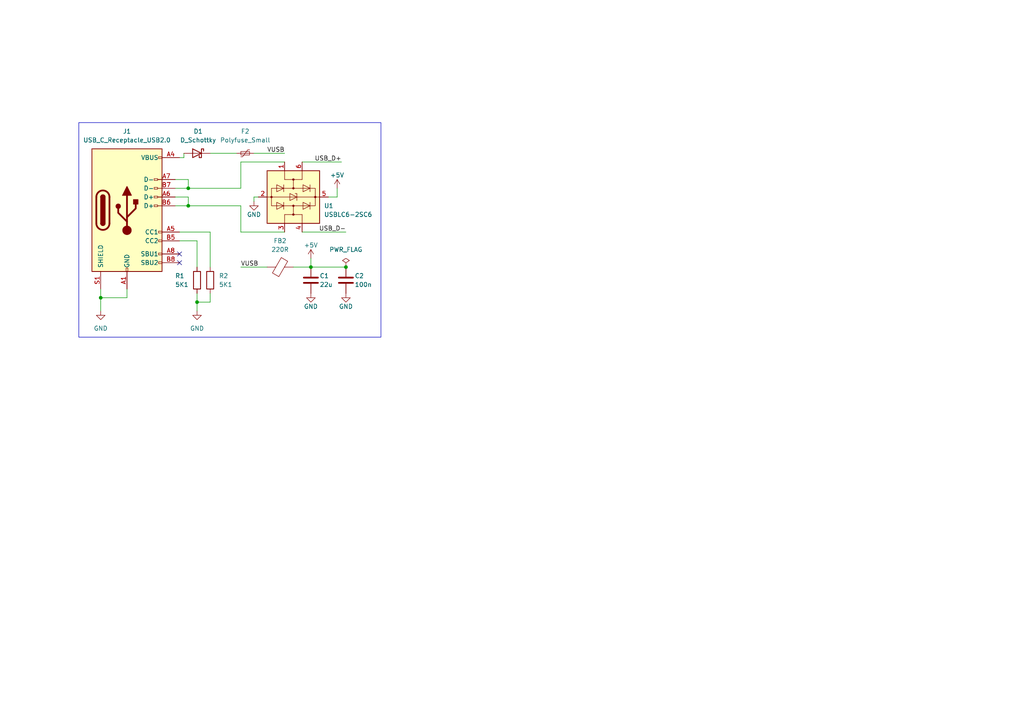
<source format=kicad_sch>
(kicad_sch
	(version 20231120)
	(generator "eeschema")
	(generator_version "8.0")
	(uuid "1ac5eb82-9730-44e9-9aa7-ef0b9b0876c8")
	(paper "A4")
	(title_block
		(date "2025-01-01")
		(rev "1.0")
		(comment 1 "Reyhan Ghifari Tanjung")
	)
	(lib_symbols
		(symbol "Connector:USB_C_Receptacle_USB2.0"
			(pin_names
				(offset 1.016)
			)
			(exclude_from_sim no)
			(in_bom yes)
			(on_board yes)
			(property "Reference" "J1"
				(at 0 22.86 0)
				(effects
					(font
						(size 1.27 1.27)
					)
				)
			)
			(property "Value" "USB_C_Receptacle_USB2.0"
				(at 0 20.32 0)
				(effects
					(font
						(size 1.27 1.27)
					)
				)
			)
			(property "Footprint" ""
				(at 3.81 0 0)
				(effects
					(font
						(size 1.27 1.27)
					)
					(hide yes)
				)
			)
			(property "Datasheet" "https://www.usb.org/sites/default/files/documents/usb_type-c.zip"
				(at 3.81 0 0)
				(effects
					(font
						(size 1.27 1.27)
					)
					(hide yes)
				)
			)
			(property "Description" "USB 2.0-only Type-C Receptacle connector"
				(at 0 0 0)
				(effects
					(font
						(size 1.27 1.27)
					)
					(hide yes)
				)
			)
			(property "ki_keywords" "usb universal serial bus type-C USB2.0"
				(at 0 0 0)
				(effects
					(font
						(size 1.27 1.27)
					)
					(hide yes)
				)
			)
			(property "ki_fp_filters" "USB*C*Receptacle*"
				(at 0 0 0)
				(effects
					(font
						(size 1.27 1.27)
					)
					(hide yes)
				)
			)
			(symbol "USB_C_Receptacle_USB2.0_0_0"
				(rectangle
					(start -0.254 -17.78)
					(end 0.254 -16.764)
					(stroke
						(width 0)
						(type default)
					)
					(fill
						(type none)
					)
				)
				(rectangle
					(start 8.89 1.524)
					(end 7.874 1.016)
					(stroke
						(width 0)
						(type default)
					)
					(fill
						(type none)
					)
				)
				(rectangle
					(start 8.89 4.064)
					(end 7.874 3.556)
					(stroke
						(width 0)
						(type default)
					)
					(fill
						(type none)
					)
				)
				(rectangle
					(start 8.89 6.604)
					(end 7.874 6.096)
					(stroke
						(width 0)
						(type default)
					)
					(fill
						(type none)
					)
				)
				(rectangle
					(start 8.89 9.144)
					(end 7.874 8.636)
					(stroke
						(width 0)
						(type default)
					)
					(fill
						(type none)
					)
				)
				(rectangle
					(start 10.16 -14.986)
					(end 9.144 -15.494)
					(stroke
						(width 0)
						(type default)
					)
					(fill
						(type none)
					)
				)
				(rectangle
					(start 10.16 -12.446)
					(end 9.144 -12.954)
					(stroke
						(width 0)
						(type default)
					)
					(fill
						(type none)
					)
				)
				(rectangle
					(start 10.16 -8.636)
					(end 9.144 -9.144)
					(stroke
						(width 0)
						(type default)
					)
					(fill
						(type none)
					)
				)
				(rectangle
					(start 10.16 -6.096)
					(end 9.144 -6.604)
					(stroke
						(width 0)
						(type default)
					)
					(fill
						(type none)
					)
				)
				(rectangle
					(start 10.16 15.494)
					(end 9.144 14.986)
					(stroke
						(width 0)
						(type default)
					)
					(fill
						(type none)
					)
				)
			)
			(symbol "USB_C_Receptacle_USB2.0_0_1"
				(rectangle
					(start -10.16 17.78)
					(end 10.16 -17.78)
					(stroke
						(width 0.254)
						(type default)
					)
					(fill
						(type background)
					)
				)
				(arc
					(start -8.89 -3.81)
					(mid -6.985 -5.7067)
					(end -5.08 -3.81)
					(stroke
						(width 0.508)
						(type default)
					)
					(fill
						(type none)
					)
				)
				(arc
					(start -7.62 -3.81)
					(mid -6.985 -4.4423)
					(end -6.35 -3.81)
					(stroke
						(width 0.254)
						(type default)
					)
					(fill
						(type none)
					)
				)
				(arc
					(start -7.62 -3.81)
					(mid -6.985 -4.4423)
					(end -6.35 -3.81)
					(stroke
						(width 0.254)
						(type default)
					)
					(fill
						(type outline)
					)
				)
				(rectangle
					(start -7.62 -3.81)
					(end -6.35 3.81)
					(stroke
						(width 0.254)
						(type default)
					)
					(fill
						(type outline)
					)
				)
				(arc
					(start -6.35 3.81)
					(mid -6.985 4.4423)
					(end -7.62 3.81)
					(stroke
						(width 0.254)
						(type default)
					)
					(fill
						(type none)
					)
				)
				(arc
					(start -6.35 3.81)
					(mid -6.985 4.4423)
					(end -7.62 3.81)
					(stroke
						(width 0.254)
						(type default)
					)
					(fill
						(type outline)
					)
				)
				(arc
					(start -5.08 3.81)
					(mid -6.985 5.7067)
					(end -8.89 3.81)
					(stroke
						(width 0.508)
						(type default)
					)
					(fill
						(type none)
					)
				)
				(circle
					(center -2.54 1.143)
					(radius 0.635)
					(stroke
						(width 0.254)
						(type default)
					)
					(fill
						(type outline)
					)
				)
				(circle
					(center 0 -5.842)
					(radius 1.27)
					(stroke
						(width 0)
						(type default)
					)
					(fill
						(type outline)
					)
				)
				(polyline
					(pts
						(xy -8.89 -3.81) (xy -8.89 3.81)
					)
					(stroke
						(width 0.508)
						(type default)
					)
					(fill
						(type none)
					)
				)
				(polyline
					(pts
						(xy -5.08 3.81) (xy -5.08 -3.81)
					)
					(stroke
						(width 0.508)
						(type default)
					)
					(fill
						(type none)
					)
				)
				(polyline
					(pts
						(xy 0 -5.842) (xy 0 4.318)
					)
					(stroke
						(width 0.508)
						(type default)
					)
					(fill
						(type none)
					)
				)
				(polyline
					(pts
						(xy 0 -3.302) (xy -2.54 -0.762) (xy -2.54 0.508)
					)
					(stroke
						(width 0.508)
						(type default)
					)
					(fill
						(type none)
					)
				)
				(polyline
					(pts
						(xy 0 -2.032) (xy 2.54 0.508) (xy 2.54 1.778)
					)
					(stroke
						(width 0.508)
						(type default)
					)
					(fill
						(type none)
					)
				)
				(polyline
					(pts
						(xy -1.27 4.318) (xy 0 6.858) (xy 1.27 4.318) (xy -1.27 4.318)
					)
					(stroke
						(width 0.254)
						(type default)
					)
					(fill
						(type outline)
					)
				)
				(rectangle
					(start 1.905 1.778)
					(end 3.175 3.048)
					(stroke
						(width 0.254)
						(type default)
					)
					(fill
						(type outline)
					)
				)
			)
			(symbol "USB_C_Receptacle_USB2.0_1_1"
				(pin passive line
					(at 0 -22.86 90)
					(length 5.08)
					(name "GND"
						(effects
							(font
								(size 1.27 1.27)
							)
						)
					)
					(number "A1"
						(effects
							(font
								(size 1.27 1.27)
							)
						)
					)
				)
				(pin passive line
					(at 0 -22.86 90)
					(length 5.08) hide
					(name "GND"
						(effects
							(font
								(size 1.27 1.27)
							)
						)
					)
					(number "A12"
						(effects
							(font
								(size 1.27 1.27)
							)
						)
					)
				)
				(pin passive line
					(at 15.24 15.24 180)
					(length 5.08)
					(name "VBUS"
						(effects
							(font
								(size 1.27 1.27)
							)
						)
					)
					(number "A4"
						(effects
							(font
								(size 1.27 1.27)
							)
						)
					)
				)
				(pin bidirectional line
					(at 15.24 -6.35 180)
					(length 5.08)
					(name "CC1"
						(effects
							(font
								(size 1.27 1.27)
							)
						)
					)
					(number "A5"
						(effects
							(font
								(size 1.27 1.27)
							)
						)
					)
				)
				(pin bidirectional line
					(at 13.97 3.81 180)
					(length 5.08)
					(name "D+"
						(effects
							(font
								(size 1.27 1.27)
							)
						)
					)
					(number "A6"
						(effects
							(font
								(size 1.27 1.27)
							)
						)
					)
				)
				(pin bidirectional line
					(at 13.97 8.89 180)
					(length 5.08)
					(name "D-"
						(effects
							(font
								(size 1.27 1.27)
							)
						)
					)
					(number "A7"
						(effects
							(font
								(size 1.27 1.27)
							)
						)
					)
				)
				(pin bidirectional line
					(at 15.24 -12.7 180)
					(length 5.08)
					(name "SBU1"
						(effects
							(font
								(size 1.27 1.27)
							)
						)
					)
					(number "A8"
						(effects
							(font
								(size 1.27 1.27)
							)
						)
					)
				)
				(pin passive line
					(at 15.24 15.24 180)
					(length 5.08) hide
					(name "VBUS"
						(effects
							(font
								(size 1.27 1.27)
							)
						)
					)
					(number "A9"
						(effects
							(font
								(size 1.27 1.27)
							)
						)
					)
				)
				(pin passive line
					(at 0 -22.86 90)
					(length 5.08) hide
					(name "GND"
						(effects
							(font
								(size 1.27 1.27)
							)
						)
					)
					(number "B1"
						(effects
							(font
								(size 1.27 1.27)
							)
						)
					)
				)
				(pin passive line
					(at 0 -22.86 90)
					(length 5.08) hide
					(name "GND"
						(effects
							(font
								(size 1.27 1.27)
							)
						)
					)
					(number "B12"
						(effects
							(font
								(size 1.27 1.27)
							)
						)
					)
				)
				(pin passive line
					(at 15.24 15.24 180)
					(length 5.08) hide
					(name "VBUS"
						(effects
							(font
								(size 1.27 1.27)
							)
						)
					)
					(number "B4"
						(effects
							(font
								(size 1.27 1.27)
							)
						)
					)
				)
				(pin bidirectional line
					(at 15.24 -8.89 180)
					(length 5.08)
					(name "CC2"
						(effects
							(font
								(size 1.27 1.27)
							)
						)
					)
					(number "B5"
						(effects
							(font
								(size 1.27 1.27)
							)
						)
					)
				)
				(pin bidirectional line
					(at 13.97 1.27 180)
					(length 5.08)
					(name "D+"
						(effects
							(font
								(size 1.27 1.27)
							)
						)
					)
					(number "B6"
						(effects
							(font
								(size 1.27 1.27)
							)
						)
					)
				)
				(pin bidirectional line
					(at 13.97 6.35 180)
					(length 5.08)
					(name "D-"
						(effects
							(font
								(size 1.27 1.27)
							)
						)
					)
					(number "B7"
						(effects
							(font
								(size 1.27 1.27)
							)
						)
					)
				)
				(pin bidirectional line
					(at 15.24 -15.24 180)
					(length 5.08)
					(name "SBU2"
						(effects
							(font
								(size 1.27 1.27)
							)
						)
					)
					(number "B8"
						(effects
							(font
								(size 1.27 1.27)
							)
						)
					)
				)
				(pin passive line
					(at 15.24 15.24 180)
					(length 5.08) hide
					(name "VBUS"
						(effects
							(font
								(size 1.27 1.27)
							)
						)
					)
					(number "B9"
						(effects
							(font
								(size 1.27 1.27)
							)
						)
					)
				)
				(pin passive line
					(at -7.62 -22.86 90)
					(length 5.08)
					(name "SHIELD"
						(effects
							(font
								(size 1.27 1.27)
							)
						)
					)
					(number "S1"
						(effects
							(font
								(size 1.27 1.27)
							)
						)
					)
				)
			)
		)
		(symbol "Device:C"
			(pin_numbers hide)
			(pin_names
				(offset 0.254)
			)
			(exclude_from_sim no)
			(in_bom yes)
			(on_board yes)
			(property "Reference" "C"
				(at 0.635 2.54 0)
				(effects
					(font
						(size 1.27 1.27)
					)
					(justify left)
				)
			)
			(property "Value" "C"
				(at 0.635 -2.54 0)
				(effects
					(font
						(size 1.27 1.27)
					)
					(justify left)
				)
			)
			(property "Footprint" ""
				(at 0.9652 -3.81 0)
				(effects
					(font
						(size 1.27 1.27)
					)
					(hide yes)
				)
			)
			(property "Datasheet" "~"
				(at 0 0 0)
				(effects
					(font
						(size 1.27 1.27)
					)
					(hide yes)
				)
			)
			(property "Description" "Unpolarized capacitor"
				(at 0 0 0)
				(effects
					(font
						(size 1.27 1.27)
					)
					(hide yes)
				)
			)
			(property "ki_keywords" "cap capacitor"
				(at 0 0 0)
				(effects
					(font
						(size 1.27 1.27)
					)
					(hide yes)
				)
			)
			(property "ki_fp_filters" "C_*"
				(at 0 0 0)
				(effects
					(font
						(size 1.27 1.27)
					)
					(hide yes)
				)
			)
			(symbol "C_0_1"
				(polyline
					(pts
						(xy -2.032 -0.762) (xy 2.032 -0.762)
					)
					(stroke
						(width 0.508)
						(type default)
					)
					(fill
						(type none)
					)
				)
				(polyline
					(pts
						(xy -2.032 0.762) (xy 2.032 0.762)
					)
					(stroke
						(width 0.508)
						(type default)
					)
					(fill
						(type none)
					)
				)
			)
			(symbol "C_1_1"
				(pin passive line
					(at 0 3.81 270)
					(length 2.794)
					(name "~"
						(effects
							(font
								(size 1.27 1.27)
							)
						)
					)
					(number "1"
						(effects
							(font
								(size 1.27 1.27)
							)
						)
					)
				)
				(pin passive line
					(at 0 -3.81 90)
					(length 2.794)
					(name "~"
						(effects
							(font
								(size 1.27 1.27)
							)
						)
					)
					(number "2"
						(effects
							(font
								(size 1.27 1.27)
							)
						)
					)
				)
			)
		)
		(symbol "Device:D_Schottky"
			(pin_numbers hide)
			(pin_names
				(offset 1.016) hide)
			(exclude_from_sim no)
			(in_bom yes)
			(on_board yes)
			(property "Reference" "D"
				(at 0 2.54 0)
				(effects
					(font
						(size 1.27 1.27)
					)
				)
			)
			(property "Value" "D_Schottky"
				(at 0 -2.54 0)
				(effects
					(font
						(size 1.27 1.27)
					)
				)
			)
			(property "Footprint" ""
				(at 0 0 0)
				(effects
					(font
						(size 1.27 1.27)
					)
					(hide yes)
				)
			)
			(property "Datasheet" "~"
				(at 0 0 0)
				(effects
					(font
						(size 1.27 1.27)
					)
					(hide yes)
				)
			)
			(property "Description" "Schottky diode"
				(at 0 0 0)
				(effects
					(font
						(size 1.27 1.27)
					)
					(hide yes)
				)
			)
			(property "ki_keywords" "diode Schottky"
				(at 0 0 0)
				(effects
					(font
						(size 1.27 1.27)
					)
					(hide yes)
				)
			)
			(property "ki_fp_filters" "TO-???* *_Diode_* *SingleDiode* D_*"
				(at 0 0 0)
				(effects
					(font
						(size 1.27 1.27)
					)
					(hide yes)
				)
			)
			(symbol "D_Schottky_0_1"
				(polyline
					(pts
						(xy 1.27 0) (xy -1.27 0)
					)
					(stroke
						(width 0)
						(type default)
					)
					(fill
						(type none)
					)
				)
				(polyline
					(pts
						(xy 1.27 1.27) (xy 1.27 -1.27) (xy -1.27 0) (xy 1.27 1.27)
					)
					(stroke
						(width 0.254)
						(type default)
					)
					(fill
						(type none)
					)
				)
				(polyline
					(pts
						(xy -1.905 0.635) (xy -1.905 1.27) (xy -1.27 1.27) (xy -1.27 -1.27) (xy -0.635 -1.27) (xy -0.635 -0.635)
					)
					(stroke
						(width 0.254)
						(type default)
					)
					(fill
						(type none)
					)
				)
			)
			(symbol "D_Schottky_1_1"
				(pin passive line
					(at -3.81 0 0)
					(length 2.54)
					(name "K"
						(effects
							(font
								(size 1.27 1.27)
							)
						)
					)
					(number "1"
						(effects
							(font
								(size 1.27 1.27)
							)
						)
					)
				)
				(pin passive line
					(at 3.81 0 180)
					(length 2.54)
					(name "A"
						(effects
							(font
								(size 1.27 1.27)
							)
						)
					)
					(number "2"
						(effects
							(font
								(size 1.27 1.27)
							)
						)
					)
				)
			)
		)
		(symbol "Device:FerriteBead"
			(pin_numbers hide)
			(pin_names
				(offset 0)
			)
			(exclude_from_sim no)
			(in_bom yes)
			(on_board yes)
			(property "Reference" "FB"
				(at -3.81 0.635 90)
				(effects
					(font
						(size 1.27 1.27)
					)
				)
			)
			(property "Value" "FerriteBead"
				(at 3.81 0 90)
				(effects
					(font
						(size 1.27 1.27)
					)
				)
			)
			(property "Footprint" ""
				(at -1.778 0 90)
				(effects
					(font
						(size 1.27 1.27)
					)
					(hide yes)
				)
			)
			(property "Datasheet" "~"
				(at 0 0 0)
				(effects
					(font
						(size 1.27 1.27)
					)
					(hide yes)
				)
			)
			(property "Description" "Ferrite bead"
				(at 0 0 0)
				(effects
					(font
						(size 1.27 1.27)
					)
					(hide yes)
				)
			)
			(property "ki_keywords" "L ferrite bead inductor filter"
				(at 0 0 0)
				(effects
					(font
						(size 1.27 1.27)
					)
					(hide yes)
				)
			)
			(property "ki_fp_filters" "Inductor_* L_* *Ferrite*"
				(at 0 0 0)
				(effects
					(font
						(size 1.27 1.27)
					)
					(hide yes)
				)
			)
			(symbol "FerriteBead_0_1"
				(polyline
					(pts
						(xy 0 -1.27) (xy 0 -1.2192)
					)
					(stroke
						(width 0)
						(type default)
					)
					(fill
						(type none)
					)
				)
				(polyline
					(pts
						(xy 0 1.27) (xy 0 1.2954)
					)
					(stroke
						(width 0)
						(type default)
					)
					(fill
						(type none)
					)
				)
				(polyline
					(pts
						(xy -2.7686 0.4064) (xy -1.7018 2.2606) (xy 2.7686 -0.3048) (xy 1.6764 -2.159) (xy -2.7686 0.4064)
					)
					(stroke
						(width 0)
						(type default)
					)
					(fill
						(type none)
					)
				)
			)
			(symbol "FerriteBead_1_1"
				(pin passive line
					(at 0 3.81 270)
					(length 2.54)
					(name "~"
						(effects
							(font
								(size 1.27 1.27)
							)
						)
					)
					(number "1"
						(effects
							(font
								(size 1.27 1.27)
							)
						)
					)
				)
				(pin passive line
					(at 0 -3.81 90)
					(length 2.54)
					(name "~"
						(effects
							(font
								(size 1.27 1.27)
							)
						)
					)
					(number "2"
						(effects
							(font
								(size 1.27 1.27)
							)
						)
					)
				)
			)
		)
		(symbol "Device:Polyfuse_Small"
			(pin_numbers hide)
			(pin_names
				(offset 0)
			)
			(exclude_from_sim no)
			(in_bom yes)
			(on_board yes)
			(property "Reference" "F"
				(at -1.905 0 90)
				(effects
					(font
						(size 1.27 1.27)
					)
				)
			)
			(property "Value" "Polyfuse_Small"
				(at 1.905 0 90)
				(effects
					(font
						(size 1.27 1.27)
					)
				)
			)
			(property "Footprint" ""
				(at 1.27 -5.08 0)
				(effects
					(font
						(size 1.27 1.27)
					)
					(justify left)
					(hide yes)
				)
			)
			(property "Datasheet" "~"
				(at 0 0 0)
				(effects
					(font
						(size 1.27 1.27)
					)
					(hide yes)
				)
			)
			(property "Description" "Resettable fuse, polymeric positive temperature coefficient, small symbol"
				(at 0 0 0)
				(effects
					(font
						(size 1.27 1.27)
					)
					(hide yes)
				)
			)
			(property "ki_keywords" "resettable fuse PTC PPTC polyfuse polyswitch"
				(at 0 0 0)
				(effects
					(font
						(size 1.27 1.27)
					)
					(hide yes)
				)
			)
			(property "ki_fp_filters" "*polyfuse* *PTC*"
				(at 0 0 0)
				(effects
					(font
						(size 1.27 1.27)
					)
					(hide yes)
				)
			)
			(symbol "Polyfuse_Small_0_1"
				(rectangle
					(start -0.508 1.27)
					(end 0.508 -1.27)
					(stroke
						(width 0)
						(type default)
					)
					(fill
						(type none)
					)
				)
				(polyline
					(pts
						(xy 0 2.54) (xy 0 -2.54)
					)
					(stroke
						(width 0)
						(type default)
					)
					(fill
						(type none)
					)
				)
				(polyline
					(pts
						(xy -1.016 1.27) (xy -1.016 0.762) (xy 1.016 -0.762) (xy 1.016 -1.27)
					)
					(stroke
						(width 0)
						(type default)
					)
					(fill
						(type none)
					)
				)
			)
			(symbol "Polyfuse_Small_1_1"
				(pin passive line
					(at 0 2.54 270)
					(length 0.635)
					(name "~"
						(effects
							(font
								(size 1.27 1.27)
							)
						)
					)
					(number "1"
						(effects
							(font
								(size 1.27 1.27)
							)
						)
					)
				)
				(pin passive line
					(at 0 -2.54 90)
					(length 0.635)
					(name "~"
						(effects
							(font
								(size 1.27 1.27)
							)
						)
					)
					(number "2"
						(effects
							(font
								(size 1.27 1.27)
							)
						)
					)
				)
			)
		)
		(symbol "Device:R"
			(pin_numbers hide)
			(pin_names
				(offset 0)
			)
			(exclude_from_sim no)
			(in_bom yes)
			(on_board yes)
			(property "Reference" "R"
				(at 2.032 0 90)
				(effects
					(font
						(size 1.27 1.27)
					)
				)
			)
			(property "Value" "R"
				(at 0 0 90)
				(effects
					(font
						(size 1.27 1.27)
					)
				)
			)
			(property "Footprint" ""
				(at -1.778 0 90)
				(effects
					(font
						(size 1.27 1.27)
					)
					(hide yes)
				)
			)
			(property "Datasheet" "~"
				(at 0 0 0)
				(effects
					(font
						(size 1.27 1.27)
					)
					(hide yes)
				)
			)
			(property "Description" "Resistor"
				(at 0 0 0)
				(effects
					(font
						(size 1.27 1.27)
					)
					(hide yes)
				)
			)
			(property "ki_keywords" "R res resistor"
				(at 0 0 0)
				(effects
					(font
						(size 1.27 1.27)
					)
					(hide yes)
				)
			)
			(property "ki_fp_filters" "R_*"
				(at 0 0 0)
				(effects
					(font
						(size 1.27 1.27)
					)
					(hide yes)
				)
			)
			(symbol "R_0_1"
				(rectangle
					(start -1.016 -2.54)
					(end 1.016 2.54)
					(stroke
						(width 0.254)
						(type default)
					)
					(fill
						(type none)
					)
				)
			)
			(symbol "R_1_1"
				(pin passive line
					(at 0 3.81 270)
					(length 1.27)
					(name "~"
						(effects
							(font
								(size 1.27 1.27)
							)
						)
					)
					(number "1"
						(effects
							(font
								(size 1.27 1.27)
							)
						)
					)
				)
				(pin passive line
					(at 0 -3.81 90)
					(length 1.27)
					(name "~"
						(effects
							(font
								(size 1.27 1.27)
							)
						)
					)
					(number "2"
						(effects
							(font
								(size 1.27 1.27)
							)
						)
					)
				)
			)
		)
		(symbol "Power_Protection:USBLC6-2SC6"
			(pin_names hide)
			(exclude_from_sim no)
			(in_bom yes)
			(on_board yes)
			(property "Reference" "U"
				(at 2.54 8.89 0)
				(effects
					(font
						(size 1.27 1.27)
					)
					(justify left)
				)
			)
			(property "Value" "USBLC6-2SC6"
				(at 2.54 -8.89 0)
				(effects
					(font
						(size 1.27 1.27)
					)
					(justify left)
				)
			)
			(property "Footprint" "Package_TO_SOT_SMD:SOT-23-6"
				(at 0 -12.7 0)
				(effects
					(font
						(size 1.27 1.27)
					)
					(hide yes)
				)
			)
			(property "Datasheet" "https://www.st.com/resource/en/datasheet/usblc6-2.pdf"
				(at 5.08 8.89 0)
				(effects
					(font
						(size 1.27 1.27)
					)
					(hide yes)
				)
			)
			(property "Description" "Very low capacitance ESD protection diode, 2 data-line, SOT-23-6"
				(at 0 0 0)
				(effects
					(font
						(size 1.27 1.27)
					)
					(hide yes)
				)
			)
			(property "ki_keywords" "usb ethernet video"
				(at 0 0 0)
				(effects
					(font
						(size 1.27 1.27)
					)
					(hide yes)
				)
			)
			(property "ki_fp_filters" "SOT?23*"
				(at 0 0 0)
				(effects
					(font
						(size 1.27 1.27)
					)
					(hide yes)
				)
			)
			(symbol "USBLC6-2SC6_0_1"
				(rectangle
					(start -7.62 -7.62)
					(end 7.62 7.62)
					(stroke
						(width 0.254)
						(type default)
					)
					(fill
						(type background)
					)
				)
				(circle
					(center -5.08 0)
					(radius 0.254)
					(stroke
						(width 0)
						(type default)
					)
					(fill
						(type outline)
					)
				)
				(circle
					(center -2.54 0)
					(radius 0.254)
					(stroke
						(width 0)
						(type default)
					)
					(fill
						(type outline)
					)
				)
				(rectangle
					(start -2.54 6.35)
					(end 2.54 -6.35)
					(stroke
						(width 0)
						(type default)
					)
					(fill
						(type none)
					)
				)
				(circle
					(center 0 -6.35)
					(radius 0.254)
					(stroke
						(width 0)
						(type default)
					)
					(fill
						(type outline)
					)
				)
				(polyline
					(pts
						(xy -5.08 -2.54) (xy -7.62 -2.54)
					)
					(stroke
						(width 0)
						(type default)
					)
					(fill
						(type none)
					)
				)
				(polyline
					(pts
						(xy -5.08 0) (xy -5.08 -2.54)
					)
					(stroke
						(width 0)
						(type default)
					)
					(fill
						(type none)
					)
				)
				(polyline
					(pts
						(xy -5.08 2.54) (xy -7.62 2.54)
					)
					(stroke
						(width 0)
						(type default)
					)
					(fill
						(type none)
					)
				)
				(polyline
					(pts
						(xy -1.524 -2.794) (xy -3.556 -2.794)
					)
					(stroke
						(width 0)
						(type default)
					)
					(fill
						(type none)
					)
				)
				(polyline
					(pts
						(xy -1.524 4.826) (xy -3.556 4.826)
					)
					(stroke
						(width 0)
						(type default)
					)
					(fill
						(type none)
					)
				)
				(polyline
					(pts
						(xy 0 -7.62) (xy 0 -6.35)
					)
					(stroke
						(width 0)
						(type default)
					)
					(fill
						(type none)
					)
				)
				(polyline
					(pts
						(xy 0 -6.35) (xy 0 1.27)
					)
					(stroke
						(width 0)
						(type default)
					)
					(fill
						(type none)
					)
				)
				(polyline
					(pts
						(xy 0 1.27) (xy 0 6.35)
					)
					(stroke
						(width 0)
						(type default)
					)
					(fill
						(type none)
					)
				)
				(polyline
					(pts
						(xy 0 6.35) (xy 0 7.62)
					)
					(stroke
						(width 0)
						(type default)
					)
					(fill
						(type none)
					)
				)
				(polyline
					(pts
						(xy 1.524 -2.794) (xy 3.556 -2.794)
					)
					(stroke
						(width 0)
						(type default)
					)
					(fill
						(type none)
					)
				)
				(polyline
					(pts
						(xy 1.524 4.826) (xy 3.556 4.826)
					)
					(stroke
						(width 0)
						(type default)
					)
					(fill
						(type none)
					)
				)
				(polyline
					(pts
						(xy 5.08 -2.54) (xy 7.62 -2.54)
					)
					(stroke
						(width 0)
						(type default)
					)
					(fill
						(type none)
					)
				)
				(polyline
					(pts
						(xy 5.08 0) (xy 5.08 -2.54)
					)
					(stroke
						(width 0)
						(type default)
					)
					(fill
						(type none)
					)
				)
				(polyline
					(pts
						(xy 5.08 2.54) (xy 7.62 2.54)
					)
					(stroke
						(width 0)
						(type default)
					)
					(fill
						(type none)
					)
				)
				(polyline
					(pts
						(xy -2.54 0) (xy -5.08 0) (xy -5.08 2.54)
					)
					(stroke
						(width 0)
						(type default)
					)
					(fill
						(type none)
					)
				)
				(polyline
					(pts
						(xy 2.54 0) (xy 5.08 0) (xy 5.08 2.54)
					)
					(stroke
						(width 0)
						(type default)
					)
					(fill
						(type none)
					)
				)
				(polyline
					(pts
						(xy -3.556 -4.826) (xy -1.524 -4.826) (xy -2.54 -2.794) (xy -3.556 -4.826)
					)
					(stroke
						(width 0)
						(type default)
					)
					(fill
						(type none)
					)
				)
				(polyline
					(pts
						(xy -3.556 2.794) (xy -1.524 2.794) (xy -2.54 4.826) (xy -3.556 2.794)
					)
					(stroke
						(width 0)
						(type default)
					)
					(fill
						(type none)
					)
				)
				(polyline
					(pts
						(xy -1.016 -1.016) (xy 1.016 -1.016) (xy 0 1.016) (xy -1.016 -1.016)
					)
					(stroke
						(width 0)
						(type default)
					)
					(fill
						(type none)
					)
				)
				(polyline
					(pts
						(xy 1.016 1.016) (xy 0.762 1.016) (xy -1.016 1.016) (xy -1.016 0.508)
					)
					(stroke
						(width 0)
						(type default)
					)
					(fill
						(type none)
					)
				)
				(polyline
					(pts
						(xy 3.556 -4.826) (xy 1.524 -4.826) (xy 2.54 -2.794) (xy 3.556 -4.826)
					)
					(stroke
						(width 0)
						(type default)
					)
					(fill
						(type none)
					)
				)
				(polyline
					(pts
						(xy 3.556 2.794) (xy 1.524 2.794) (xy 2.54 4.826) (xy 3.556 2.794)
					)
					(stroke
						(width 0)
						(type default)
					)
					(fill
						(type none)
					)
				)
				(circle
					(center 0 6.35)
					(radius 0.254)
					(stroke
						(width 0)
						(type default)
					)
					(fill
						(type outline)
					)
				)
				(circle
					(center 2.54 0)
					(radius 0.254)
					(stroke
						(width 0)
						(type default)
					)
					(fill
						(type outline)
					)
				)
				(circle
					(center 5.08 0)
					(radius 0.254)
					(stroke
						(width 0)
						(type default)
					)
					(fill
						(type outline)
					)
				)
			)
			(symbol "USBLC6-2SC6_1_1"
				(pin passive line
					(at -10.16 -2.54 0)
					(length 2.54)
					(name "I/O1"
						(effects
							(font
								(size 1.27 1.27)
							)
						)
					)
					(number "1"
						(effects
							(font
								(size 1.27 1.27)
							)
						)
					)
				)
				(pin passive line
					(at 0 -10.16 90)
					(length 2.54)
					(name "GND"
						(effects
							(font
								(size 1.27 1.27)
							)
						)
					)
					(number "2"
						(effects
							(font
								(size 1.27 1.27)
							)
						)
					)
				)
				(pin passive line
					(at 10.16 -2.54 180)
					(length 2.54)
					(name "I/O2"
						(effects
							(font
								(size 1.27 1.27)
							)
						)
					)
					(number "3"
						(effects
							(font
								(size 1.27 1.27)
							)
						)
					)
				)
				(pin passive line
					(at 10.16 2.54 180)
					(length 2.54)
					(name "I/O2"
						(effects
							(font
								(size 1.27 1.27)
							)
						)
					)
					(number "4"
						(effects
							(font
								(size 1.27 1.27)
							)
						)
					)
				)
				(pin passive line
					(at 0 10.16 270)
					(length 2.54)
					(name "VBUS"
						(effects
							(font
								(size 1.27 1.27)
							)
						)
					)
					(number "5"
						(effects
							(font
								(size 1.27 1.27)
							)
						)
					)
				)
				(pin passive line
					(at -10.16 2.54 0)
					(length 2.54)
					(name "I/O1"
						(effects
							(font
								(size 1.27 1.27)
							)
						)
					)
					(number "6"
						(effects
							(font
								(size 1.27 1.27)
							)
						)
					)
				)
			)
		)
		(symbol "power:+5V"
			(power)
			(pin_names
				(offset 0)
			)
			(exclude_from_sim no)
			(in_bom yes)
			(on_board yes)
			(property "Reference" "#PWR"
				(at 0 -3.81 0)
				(effects
					(font
						(size 1.27 1.27)
					)
					(hide yes)
				)
			)
			(property "Value" "+5V"
				(at 0 3.556 0)
				(effects
					(font
						(size 1.27 1.27)
					)
				)
			)
			(property "Footprint" ""
				(at 0 0 0)
				(effects
					(font
						(size 1.27 1.27)
					)
					(hide yes)
				)
			)
			(property "Datasheet" ""
				(at 0 0 0)
				(effects
					(font
						(size 1.27 1.27)
					)
					(hide yes)
				)
			)
			(property "Description" "Power symbol creates a global label with name \"+5V\""
				(at 0 0 0)
				(effects
					(font
						(size 1.27 1.27)
					)
					(hide yes)
				)
			)
			(property "ki_keywords" "global power"
				(at 0 0 0)
				(effects
					(font
						(size 1.27 1.27)
					)
					(hide yes)
				)
			)
			(symbol "+5V_0_1"
				(polyline
					(pts
						(xy -0.762 1.27) (xy 0 2.54)
					)
					(stroke
						(width 0)
						(type default)
					)
					(fill
						(type none)
					)
				)
				(polyline
					(pts
						(xy 0 0) (xy 0 2.54)
					)
					(stroke
						(width 0)
						(type default)
					)
					(fill
						(type none)
					)
				)
				(polyline
					(pts
						(xy 0 2.54) (xy 0.762 1.27)
					)
					(stroke
						(width 0)
						(type default)
					)
					(fill
						(type none)
					)
				)
			)
			(symbol "+5V_1_1"
				(pin power_in line
					(at 0 0 90)
					(length 0) hide
					(name "+5V"
						(effects
							(font
								(size 1.27 1.27)
							)
						)
					)
					(number "1"
						(effects
							(font
								(size 1.27 1.27)
							)
						)
					)
				)
			)
		)
		(symbol "power:GND"
			(power)
			(pin_names
				(offset 0)
			)
			(exclude_from_sim no)
			(in_bom yes)
			(on_board yes)
			(property "Reference" "#PWR"
				(at 0 -6.35 0)
				(effects
					(font
						(size 1.27 1.27)
					)
					(hide yes)
				)
			)
			(property "Value" "GND"
				(at 0 -3.81 0)
				(effects
					(font
						(size 1.27 1.27)
					)
				)
			)
			(property "Footprint" ""
				(at 0 0 0)
				(effects
					(font
						(size 1.27 1.27)
					)
					(hide yes)
				)
			)
			(property "Datasheet" ""
				(at 0 0 0)
				(effects
					(font
						(size 1.27 1.27)
					)
					(hide yes)
				)
			)
			(property "Description" "Power symbol creates a global label with name \"GND\" , ground"
				(at 0 0 0)
				(effects
					(font
						(size 1.27 1.27)
					)
					(hide yes)
				)
			)
			(property "ki_keywords" "global power"
				(at 0 0 0)
				(effects
					(font
						(size 1.27 1.27)
					)
					(hide yes)
				)
			)
			(symbol "GND_0_1"
				(polyline
					(pts
						(xy 0 0) (xy 0 -1.27) (xy 1.27 -1.27) (xy 0 -2.54) (xy -1.27 -1.27) (xy 0 -1.27)
					)
					(stroke
						(width 0)
						(type default)
					)
					(fill
						(type none)
					)
				)
			)
			(symbol "GND_1_1"
				(pin power_in line
					(at 0 0 270)
					(length 0) hide
					(name "GND"
						(effects
							(font
								(size 1.27 1.27)
							)
						)
					)
					(number "1"
						(effects
							(font
								(size 1.27 1.27)
							)
						)
					)
				)
			)
		)
		(symbol "power:PWR_FLAG"
			(power)
			(pin_numbers hide)
			(pin_names
				(offset 0) hide)
			(exclude_from_sim no)
			(in_bom yes)
			(on_board yes)
			(property "Reference" "#FLG"
				(at 0 1.905 0)
				(effects
					(font
						(size 1.27 1.27)
					)
					(hide yes)
				)
			)
			(property "Value" "PWR_FLAG"
				(at 0 3.81 0)
				(effects
					(font
						(size 1.27 1.27)
					)
				)
			)
			(property "Footprint" ""
				(at 0 0 0)
				(effects
					(font
						(size 1.27 1.27)
					)
					(hide yes)
				)
			)
			(property "Datasheet" "~"
				(at 0 0 0)
				(effects
					(font
						(size 1.27 1.27)
					)
					(hide yes)
				)
			)
			(property "Description" "Special symbol for telling ERC where power comes from"
				(at 0 0 0)
				(effects
					(font
						(size 1.27 1.27)
					)
					(hide yes)
				)
			)
			(property "ki_keywords" "flag power"
				(at 0 0 0)
				(effects
					(font
						(size 1.27 1.27)
					)
					(hide yes)
				)
			)
			(symbol "PWR_FLAG_0_0"
				(pin power_out line
					(at 0 0 90)
					(length 0)
					(name "pwr"
						(effects
							(font
								(size 1.27 1.27)
							)
						)
					)
					(number "1"
						(effects
							(font
								(size 1.27 1.27)
							)
						)
					)
				)
			)
			(symbol "PWR_FLAG_0_1"
				(polyline
					(pts
						(xy 0 0) (xy 0 1.27) (xy -1.016 1.905) (xy 0 2.54) (xy 1.016 1.905) (xy 0 1.27)
					)
					(stroke
						(width 0)
						(type default)
					)
					(fill
						(type none)
					)
				)
			)
		)
	)
	(junction
		(at 90.17 77.47)
		(diameter 0)
		(color 0 0 0 0)
		(uuid "023de362-2aa2-4261-bcc0-bdb9f0cf8078")
	)
	(junction
		(at 29.21 86.36)
		(diameter 0)
		(color 0 0 0 0)
		(uuid "0e09dd41-5660-48d4-9827-acfc14ff6790")
	)
	(junction
		(at 57.15 87.63)
		(diameter 0)
		(color 0 0 0 0)
		(uuid "7fa11057-831a-4d3d-a864-b355c66342d3")
	)
	(junction
		(at 54.61 54.61)
		(diameter 0)
		(color 0 0 0 0)
		(uuid "875eac8c-3b80-4f04-9186-3b0b590105ea")
	)
	(junction
		(at 54.61 59.69)
		(diameter 0)
		(color 0 0 0 0)
		(uuid "df56319e-26b8-4c85-9f22-3b759683642e")
	)
	(junction
		(at 100.33 77.47)
		(diameter 0)
		(color 0 0 0 0)
		(uuid "edf21095-7bfb-4b70-943d-e8ba88676d5f")
	)
	(no_connect
		(at 52.07 76.2)
		(uuid "0714a2ad-ae96-49ce-b4ae-58e23244c768")
	)
	(no_connect
		(at 52.07 73.66)
		(uuid "8eb65e3d-707a-4104-8f30-6fce95418af1")
	)
	(wire
		(pts
			(xy 60.96 87.63) (xy 60.96 85.09)
		)
		(stroke
			(width 0)
			(type default)
		)
		(uuid "1084095b-5ed3-431c-b0e0-dd39a39b2a17")
	)
	(wire
		(pts
			(xy 82.55 67.31) (xy 69.85 67.31)
		)
		(stroke
			(width 0)
			(type default)
		)
		(uuid "1bc04c84-2686-4cd1-a0d8-193e885d18ef")
	)
	(wire
		(pts
			(xy 53.34 44.45) (xy 53.34 45.72)
		)
		(stroke
			(width 0)
			(type default)
		)
		(uuid "26543cd8-6e3c-41ea-9860-f2e30594ca03")
	)
	(wire
		(pts
			(xy 90.17 74.93) (xy 90.17 77.47)
		)
		(stroke
			(width 0)
			(type default)
		)
		(uuid "32efb575-ec48-4a7f-ae9b-d2734994eb0d")
	)
	(wire
		(pts
			(xy 73.66 57.15) (xy 73.66 58.42)
		)
		(stroke
			(width 0)
			(type default)
		)
		(uuid "3acd82ef-995f-45fe-a638-9fb7277539b7")
	)
	(wire
		(pts
			(xy 97.79 57.15) (xy 95.25 57.15)
		)
		(stroke
			(width 0)
			(type default)
		)
		(uuid "4021e54e-0440-4ffd-8fa5-45f485b09658")
	)
	(wire
		(pts
			(xy 85.09 77.47) (xy 90.17 77.47)
		)
		(stroke
			(width 0)
			(type default)
		)
		(uuid "41b0f5f4-a7df-4e9a-8d65-694acd3ab2f4")
	)
	(wire
		(pts
			(xy 90.17 77.47) (xy 100.33 77.47)
		)
		(stroke
			(width 0)
			(type default)
		)
		(uuid "41cd8993-0e17-4e7d-a386-15e293f9d53e")
	)
	(wire
		(pts
			(xy 60.96 67.31) (xy 60.96 77.47)
		)
		(stroke
			(width 0)
			(type default)
		)
		(uuid "438d21b8-81c2-47bd-950b-2b4a80a948a8")
	)
	(wire
		(pts
			(xy 50.8 52.07) (xy 54.61 52.07)
		)
		(stroke
			(width 0)
			(type default)
		)
		(uuid "43e43fe3-00c9-4756-a40c-285e8fcd7fa8")
	)
	(wire
		(pts
			(xy 36.83 86.36) (xy 36.83 83.82)
		)
		(stroke
			(width 0)
			(type default)
		)
		(uuid "471b67fb-3b6c-4d44-be95-9134932c731a")
	)
	(wire
		(pts
			(xy 69.85 77.47) (xy 77.47 77.47)
		)
		(stroke
			(width 0)
			(type default)
		)
		(uuid "4fd4d44f-6979-4d90-8c57-79e499d36065")
	)
	(wire
		(pts
			(xy 73.66 44.45) (xy 82.55 44.45)
		)
		(stroke
			(width 0)
			(type default)
		)
		(uuid "55dfaf87-ceff-4111-be77-1657e14f9cea")
	)
	(wire
		(pts
			(xy 54.61 59.69) (xy 50.8 59.69)
		)
		(stroke
			(width 0)
			(type default)
		)
		(uuid "57ee5f10-208e-44f9-ab98-07c4d6e1f8bc")
	)
	(wire
		(pts
			(xy 99.06 46.99) (xy 87.63 46.99)
		)
		(stroke
			(width 0)
			(type default)
		)
		(uuid "604640a9-36b4-4d94-bd22-ade3a47cf8fb")
	)
	(wire
		(pts
			(xy 57.15 85.09) (xy 57.15 87.63)
		)
		(stroke
			(width 0)
			(type default)
		)
		(uuid "63952931-0d9f-4065-9641-4443386f4e9c")
	)
	(wire
		(pts
			(xy 57.15 87.63) (xy 60.96 87.63)
		)
		(stroke
			(width 0)
			(type default)
		)
		(uuid "6855ff6f-371a-4386-92e5-a9cb2be3fbe1")
	)
	(wire
		(pts
			(xy 54.61 59.69) (xy 69.85 59.69)
		)
		(stroke
			(width 0)
			(type default)
		)
		(uuid "6bf6e6bc-bd97-4f86-9736-5d9b0a8e4835")
	)
	(wire
		(pts
			(xy 69.85 67.31) (xy 69.85 59.69)
		)
		(stroke
			(width 0)
			(type default)
		)
		(uuid "7e632295-a3eb-4e4b-bd76-441a03c2686b")
	)
	(wire
		(pts
			(xy 57.15 69.85) (xy 57.15 77.47)
		)
		(stroke
			(width 0)
			(type default)
		)
		(uuid "829a0299-bea8-46b1-a8ca-e1da2f446668")
	)
	(wire
		(pts
			(xy 50.8 57.15) (xy 54.61 57.15)
		)
		(stroke
			(width 0)
			(type default)
		)
		(uuid "a6e47658-01af-4588-ab29-6f3da2e7df0e")
	)
	(wire
		(pts
			(xy 29.21 86.36) (xy 29.21 90.17)
		)
		(stroke
			(width 0)
			(type default)
		)
		(uuid "abb02f71-7823-41ef-82ec-16205b0aea6b")
	)
	(wire
		(pts
			(xy 60.96 44.45) (xy 68.58 44.45)
		)
		(stroke
			(width 0)
			(type default)
		)
		(uuid "b91d4477-d983-4335-b254-692dc11b6bb6")
	)
	(wire
		(pts
			(xy 54.61 54.61) (xy 50.8 54.61)
		)
		(stroke
			(width 0)
			(type default)
		)
		(uuid "bacf7275-aa8b-4947-a10b-cc248c74dfce")
	)
	(wire
		(pts
			(xy 52.07 69.85) (xy 57.15 69.85)
		)
		(stroke
			(width 0)
			(type default)
		)
		(uuid "bc0e255d-0037-4a8d-b454-ad552adc5e94")
	)
	(wire
		(pts
			(xy 52.07 67.31) (xy 60.96 67.31)
		)
		(stroke
			(width 0)
			(type default)
		)
		(uuid "bc64f47a-01bd-4b9c-9a82-a16efb343388")
	)
	(wire
		(pts
			(xy 100.33 67.31) (xy 87.63 67.31)
		)
		(stroke
			(width 0)
			(type default)
		)
		(uuid "beb48a00-1eff-419e-abf6-ffc33f709310")
	)
	(wire
		(pts
			(xy 54.61 52.07) (xy 54.61 54.61)
		)
		(stroke
			(width 0)
			(type default)
		)
		(uuid "c4c6c227-d3d6-4432-9bcb-80e578171b69")
	)
	(wire
		(pts
			(xy 54.61 54.61) (xy 69.85 54.61)
		)
		(stroke
			(width 0)
			(type default)
		)
		(uuid "cb0a55e1-c2bc-449f-965d-781d0fd05f02")
	)
	(wire
		(pts
			(xy 57.15 87.63) (xy 57.15 90.17)
		)
		(stroke
			(width 0)
			(type default)
		)
		(uuid "ccf4f1d6-bc46-4446-a3aa-44b2c0ec2e38")
	)
	(wire
		(pts
			(xy 54.61 57.15) (xy 54.61 59.69)
		)
		(stroke
			(width 0)
			(type default)
		)
		(uuid "d13e464e-5ea0-47fb-8b26-8fb6484f110b")
	)
	(wire
		(pts
			(xy 29.21 86.36) (xy 36.83 86.36)
		)
		(stroke
			(width 0)
			(type default)
		)
		(uuid "d498461d-218b-4f21-aca4-49c51e2d13d0")
	)
	(wire
		(pts
			(xy 53.34 45.72) (xy 52.07 45.72)
		)
		(stroke
			(width 0)
			(type default)
		)
		(uuid "d5a3cf64-ecaa-46e5-81c9-44c20fad9091")
	)
	(wire
		(pts
			(xy 82.55 46.99) (xy 69.85 46.99)
		)
		(stroke
			(width 0)
			(type default)
		)
		(uuid "f22a8207-e4c6-497e-b2d2-fb32143e0416")
	)
	(wire
		(pts
			(xy 97.79 54.61) (xy 97.79 57.15)
		)
		(stroke
			(width 0)
			(type default)
		)
		(uuid "f97cdbe0-cd9e-454f-a7c0-f245aa5ad557")
	)
	(wire
		(pts
			(xy 29.21 83.82) (xy 29.21 86.36)
		)
		(stroke
			(width 0)
			(type default)
		)
		(uuid "fb48b2cc-2f3f-4e54-bcbc-aba8a725e860")
	)
	(wire
		(pts
			(xy 69.85 46.99) (xy 69.85 54.61)
		)
		(stroke
			(width 0)
			(type default)
		)
		(uuid "fe7d2645-4e25-4ce3-93e8-2192ccf18868")
	)
	(wire
		(pts
			(xy 74.93 57.15) (xy 73.66 57.15)
		)
		(stroke
			(width 0)
			(type default)
		)
		(uuid "fecbc012-051c-4369-9893-3751ab0c3e25")
	)
	(rectangle
		(start 22.86 35.56)
		(end 110.49 97.79)
		(stroke
			(width 0)
			(type default)
		)
		(fill
			(type none)
		)
		(uuid ea768c3e-3cb5-4ec8-ad15-65ea74f8dc57)
	)
	(label "VUSB"
		(at 69.85 77.47 0)
		(fields_autoplaced yes)
		(effects
			(font
				(size 1.27 1.27)
			)
			(justify left bottom)
		)
		(uuid "1b493c0b-61c3-40e1-a9c5-5d995bea0dc6")
	)
	(label "USB_D-"
		(at 100.33 67.31 180)
		(fields_autoplaced yes)
		(effects
			(font
				(size 1.27 1.27)
			)
			(justify right bottom)
		)
		(uuid "1f033f92-4ec6-4f71-bc65-126e9a3bd2b2")
	)
	(label "USB_D+"
		(at 99.06 46.99 180)
		(fields_autoplaced yes)
		(effects
			(font
				(size 1.27 1.27)
			)
			(justify right bottom)
		)
		(uuid "4701087f-6bcf-47cf-aef4-930ed0108945")
	)
	(label "VUSB"
		(at 82.55 44.45 180)
		(fields_autoplaced yes)
		(effects
			(font
				(size 1.27 1.27)
			)
			(justify right bottom)
		)
		(uuid "639d952f-28d1-48cc-a408-e824c13fb7f7")
	)
	(symbol
		(lib_id "power:GND")
		(at 57.15 90.17 0)
		(unit 1)
		(exclude_from_sim no)
		(in_bom yes)
		(on_board yes)
		(dnp no)
		(fields_autoplaced yes)
		(uuid "14517e46-1d08-495f-b437-6392320604c8")
		(property "Reference" "#PWR032"
			(at 57.15 96.52 0)
			(effects
				(font
					(size 1.27 1.27)
				)
				(hide yes)
			)
		)
		(property "Value" "GND"
			(at 57.15 95.25 0)
			(effects
				(font
					(size 1.27 1.27)
				)
			)
		)
		(property "Footprint" ""
			(at 57.15 90.17 0)
			(effects
				(font
					(size 1.27 1.27)
				)
				(hide yes)
			)
		)
		(property "Datasheet" ""
			(at 57.15 90.17 0)
			(effects
				(font
					(size 1.27 1.27)
				)
				(hide yes)
			)
		)
		(property "Description" ""
			(at 57.15 90.17 0)
			(effects
				(font
					(size 1.27 1.27)
				)
				(hide yes)
			)
		)
		(pin "1"
			(uuid "c93732e2-136f-4184-a287-a3af304e5be7")
		)
		(instances
			(project "ESP32-GetStok-V2"
				(path "/e6133a6e-92e1-465e-b68a-343a1d48537b/4d3bb9e1-0b71-4f49-b3db-1cb6bb0c97a6"
					(reference "#PWR032")
					(unit 1)
				)
			)
		)
	)
	(symbol
		(lib_id "power:PWR_FLAG")
		(at 100.33 77.47 0)
		(unit 1)
		(exclude_from_sim no)
		(in_bom yes)
		(on_board yes)
		(dnp no)
		(fields_autoplaced yes)
		(uuid "14d44aea-20b8-48b8-84de-045e862a8ac3")
		(property "Reference" "#FLG01"
			(at 100.33 75.565 0)
			(effects
				(font
					(size 1.27 1.27)
				)
				(hide yes)
			)
		)
		(property "Value" "PWR_FLAG"
			(at 100.33 72.39 0)
			(effects
				(font
					(size 1.27 1.27)
				)
			)
		)
		(property "Footprint" ""
			(at 100.33 77.47 0)
			(effects
				(font
					(size 1.27 1.27)
				)
				(hide yes)
			)
		)
		(property "Datasheet" "~"
			(at 100.33 77.47 0)
			(effects
				(font
					(size 1.27 1.27)
				)
				(hide yes)
			)
		)
		(property "Description" ""
			(at 100.33 77.47 0)
			(effects
				(font
					(size 1.27 1.27)
				)
				(hide yes)
			)
		)
		(pin "1"
			(uuid "8f4874e3-2cc8-4e45-b28f-997cc3062b34")
		)
		(instances
			(project "ESP32-GetStok-V2"
				(path "/e6133a6e-92e1-465e-b68a-343a1d48537b/4d3bb9e1-0b71-4f49-b3db-1cb6bb0c97a6"
					(reference "#FLG01")
					(unit 1)
				)
			)
		)
	)
	(symbol
		(lib_id "Power_Protection:USBLC6-2SC6")
		(at 85.09 57.15 270)
		(unit 1)
		(exclude_from_sim no)
		(in_bom yes)
		(on_board yes)
		(dnp no)
		(uuid "45bfa01d-2265-494a-8997-7e92b1f6a519")
		(property "Reference" "U1"
			(at 93.98 59.69 90)
			(effects
				(font
					(size 1.27 1.27)
				)
				(justify left)
			)
		)
		(property "Value" "USBLC6-2SC6"
			(at 93.98 62.23 90)
			(effects
				(font
					(size 1.27 1.27)
				)
				(justify left)
			)
		)
		(property "Footprint" "Package_TO_SOT_SMD:SOT-23-6"
			(at 72.39 57.15 0)
			(effects
				(font
					(size 1.27 1.27)
				)
				(hide yes)
			)
		)
		(property "Datasheet" "https://www.st.com/resource/en/datasheet/usblc6-2.pdf"
			(at 93.98 62.23 0)
			(effects
				(font
					(size 1.27 1.27)
				)
				(hide yes)
			)
		)
		(property "Description" ""
			(at 85.09 57.15 0)
			(effects
				(font
					(size 1.27 1.27)
				)
				(hide yes)
			)
		)
		(pin "1"
			(uuid "06d2195c-545f-4aca-bdca-1b01f669bb6e")
		)
		(pin "2"
			(uuid "d19fecb5-3bb2-40f3-b65e-02e988b09279")
		)
		(pin "3"
			(uuid "b6961e54-a47b-46dd-9d56-2ccf31bca2fd")
		)
		(pin "4"
			(uuid "f7da5ac2-89e0-40d7-8730-538bcee88297")
		)
		(pin "5"
			(uuid "56eed01a-d55c-4c90-bb5e-8b804e664628")
		)
		(pin "6"
			(uuid "d9f13c95-e3da-4eac-8229-8922a710dbde")
		)
		(instances
			(project "ESP32-GetStok-V2"
				(path "/e6133a6e-92e1-465e-b68a-343a1d48537b/4d3bb9e1-0b71-4f49-b3db-1cb6bb0c97a6"
					(reference "U1")
					(unit 1)
				)
			)
		)
	)
	(symbol
		(lib_id "Device:R")
		(at 60.96 81.28 0)
		(unit 1)
		(exclude_from_sim no)
		(in_bom yes)
		(on_board yes)
		(dnp no)
		(fields_autoplaced yes)
		(uuid "53ed0123-27fd-4948-a016-90bae9dc9075")
		(property "Reference" "R2"
			(at 63.5 80.01 0)
			(effects
				(font
					(size 1.27 1.27)
				)
				(justify left)
			)
		)
		(property "Value" "5K1"
			(at 63.5 82.55 0)
			(effects
				(font
					(size 1.27 1.27)
				)
				(justify left)
			)
		)
		(property "Footprint" ""
			(at 59.182 81.28 90)
			(effects
				(font
					(size 1.27 1.27)
				)
				(hide yes)
			)
		)
		(property "Datasheet" "~"
			(at 60.96 81.28 0)
			(effects
				(font
					(size 1.27 1.27)
				)
				(hide yes)
			)
		)
		(property "Description" ""
			(at 60.96 81.28 0)
			(effects
				(font
					(size 1.27 1.27)
				)
				(hide yes)
			)
		)
		(pin "1"
			(uuid "affb8a40-7ff2-48f5-9ee3-32a97093ba8c")
		)
		(pin "2"
			(uuid "b14b871f-80f4-41d8-856d-6fc7e962b875")
		)
		(instances
			(project "ESP32-GetStok-V2"
				(path "/e6133a6e-92e1-465e-b68a-343a1d48537b/4d3bb9e1-0b71-4f49-b3db-1cb6bb0c97a6"
					(reference "R2")
					(unit 1)
				)
			)
		)
	)
	(symbol
		(lib_id "power:GND")
		(at 29.21 90.17 0)
		(unit 1)
		(exclude_from_sim no)
		(in_bom yes)
		(on_board yes)
		(dnp no)
		(fields_autoplaced yes)
		(uuid "617e4039-56d6-4782-a918-ea72126619b5")
		(property "Reference" "#PWR02"
			(at 29.21 96.52 0)
			(effects
				(font
					(size 1.27 1.27)
				)
				(hide yes)
			)
		)
		(property "Value" "GND"
			(at 29.21 95.25 0)
			(effects
				(font
					(size 1.27 1.27)
				)
			)
		)
		(property "Footprint" ""
			(at 29.21 90.17 0)
			(effects
				(font
					(size 1.27 1.27)
				)
				(hide yes)
			)
		)
		(property "Datasheet" ""
			(at 29.21 90.17 0)
			(effects
				(font
					(size 1.27 1.27)
				)
				(hide yes)
			)
		)
		(property "Description" ""
			(at 29.21 90.17 0)
			(effects
				(font
					(size 1.27 1.27)
				)
				(hide yes)
			)
		)
		(pin "1"
			(uuid "1eee365a-ada0-4e95-9a3a-faa97a230ad5")
		)
		(instances
			(project "ESP32-GetStok-V2"
				(path "/e6133a6e-92e1-465e-b68a-343a1d48537b/4d3bb9e1-0b71-4f49-b3db-1cb6bb0c97a6"
					(reference "#PWR02")
					(unit 1)
				)
			)
		)
	)
	(symbol
		(lib_id "power:+5V")
		(at 97.79 54.61 0)
		(unit 1)
		(exclude_from_sim no)
		(in_bom yes)
		(on_board yes)
		(dnp no)
		(uuid "6c8c4751-f988-4e7e-9c95-32e60eccb7d5")
		(property "Reference" "#PWR037"
			(at 97.79 58.42 0)
			(effects
				(font
					(size 1.27 1.27)
				)
				(hide yes)
			)
		)
		(property "Value" "+5V"
			(at 97.79 50.8 0)
			(effects
				(font
					(size 1.27 1.27)
				)
			)
		)
		(property "Footprint" ""
			(at 97.79 54.61 0)
			(effects
				(font
					(size 1.27 1.27)
				)
				(hide yes)
			)
		)
		(property "Datasheet" ""
			(at 97.79 54.61 0)
			(effects
				(font
					(size 1.27 1.27)
				)
				(hide yes)
			)
		)
		(property "Description" ""
			(at 97.79 54.61 0)
			(effects
				(font
					(size 1.27 1.27)
				)
				(hide yes)
			)
		)
		(pin "1"
			(uuid "dfe697d3-7568-438f-9355-5850b3c515a4")
		)
		(instances
			(project "ESP32-GetStok-V2"
				(path "/e6133a6e-92e1-465e-b68a-343a1d48537b/4d3bb9e1-0b71-4f49-b3db-1cb6bb0c97a6"
					(reference "#PWR037")
					(unit 1)
				)
			)
		)
	)
	(symbol
		(lib_id "Device:C")
		(at 90.17 81.28 0)
		(unit 1)
		(exclude_from_sim no)
		(in_bom yes)
		(on_board yes)
		(dnp no)
		(uuid "6f9d64c1-b6cf-46a4-8b04-0c9f39bc762d")
		(property "Reference" "C1"
			(at 92.71 80.01 0)
			(effects
				(font
					(size 1.27 1.27)
				)
				(justify left)
			)
		)
		(property "Value" "22u"
			(at 92.71 82.55 0)
			(effects
				(font
					(size 1.27 1.27)
				)
				(justify left)
			)
		)
		(property "Footprint" ""
			(at 91.1352 85.09 0)
			(effects
				(font
					(size 1.27 1.27)
				)
				(hide yes)
			)
		)
		(property "Datasheet" "~"
			(at 90.17 81.28 0)
			(effects
				(font
					(size 1.27 1.27)
				)
				(hide yes)
			)
		)
		(property "Description" ""
			(at 90.17 81.28 0)
			(effects
				(font
					(size 1.27 1.27)
				)
				(hide yes)
			)
		)
		(pin "1"
			(uuid "99146618-e273-46f1-b0aa-86e3bf8f48c1")
		)
		(pin "2"
			(uuid "6e49e902-7cee-40f0-a674-a5e87396ddd9")
		)
		(instances
			(project "ESP32-GetStok-V2"
				(path "/e6133a6e-92e1-465e-b68a-343a1d48537b/4d3bb9e1-0b71-4f49-b3db-1cb6bb0c97a6"
					(reference "C1")
					(unit 1)
				)
			)
		)
	)
	(symbol
		(lib_id "Device:FerriteBead")
		(at 81.28 77.47 90)
		(unit 1)
		(exclude_from_sim no)
		(in_bom yes)
		(on_board yes)
		(dnp no)
		(fields_autoplaced yes)
		(uuid "8fa26155-e175-47d1-a2bd-1679069938b0")
		(property "Reference" "FB2"
			(at 81.2292 69.85 90)
			(effects
				(font
					(size 1.27 1.27)
				)
			)
		)
		(property "Value" "220R"
			(at 81.2292 72.39 90)
			(effects
				(font
					(size 1.27 1.27)
				)
			)
		)
		(property "Footprint" ""
			(at 81.28 79.248 90)
			(effects
				(font
					(size 1.27 1.27)
				)
				(hide yes)
			)
		)
		(property "Datasheet" "~"
			(at 81.28 77.47 0)
			(effects
				(font
					(size 1.27 1.27)
				)
				(hide yes)
			)
		)
		(property "Description" ""
			(at 81.28 77.47 0)
			(effects
				(font
					(size 1.27 1.27)
				)
				(hide yes)
			)
		)
		(pin "1"
			(uuid "9d44baff-e67b-4ddf-a23c-da32f86737f2")
		)
		(pin "2"
			(uuid "f5961f9a-d76c-4b76-8abe-dcf14b1150c5")
		)
		(instances
			(project "ESP32-GetStok-V2"
				(path "/e6133a6e-92e1-465e-b68a-343a1d48537b/4d3bb9e1-0b71-4f49-b3db-1cb6bb0c97a6"
					(reference "FB2")
					(unit 1)
				)
			)
		)
	)
	(symbol
		(lib_id "power:GND")
		(at 73.66 58.42 0)
		(unit 1)
		(exclude_from_sim no)
		(in_bom yes)
		(on_board yes)
		(dnp no)
		(uuid "951dbaca-12b7-49ad-b26a-a7cd42a44607")
		(property "Reference" "#PWR034"
			(at 73.66 64.77 0)
			(effects
				(font
					(size 1.27 1.27)
				)
				(hide yes)
			)
		)
		(property "Value" "GND"
			(at 73.66 62.23 0)
			(effects
				(font
					(size 1.27 1.27)
				)
			)
		)
		(property "Footprint" ""
			(at 73.66 58.42 0)
			(effects
				(font
					(size 1.27 1.27)
				)
				(hide yes)
			)
		)
		(property "Datasheet" ""
			(at 73.66 58.42 0)
			(effects
				(font
					(size 1.27 1.27)
				)
				(hide yes)
			)
		)
		(property "Description" ""
			(at 73.66 58.42 0)
			(effects
				(font
					(size 1.27 1.27)
				)
				(hide yes)
			)
		)
		(pin "1"
			(uuid "bea9433d-f14d-4e01-ba8e-543f13be474f")
		)
		(instances
			(project "ESP32-GetStok-V2"
				(path "/e6133a6e-92e1-465e-b68a-343a1d48537b/4d3bb9e1-0b71-4f49-b3db-1cb6bb0c97a6"
					(reference "#PWR034")
					(unit 1)
				)
			)
		)
	)
	(symbol
		(lib_id "power:GND")
		(at 90.17 85.09 0)
		(unit 1)
		(exclude_from_sim no)
		(in_bom yes)
		(on_board yes)
		(dnp no)
		(uuid "967597b9-89de-4c71-9512-7c05bfa710f7")
		(property "Reference" "#PWR036"
			(at 90.17 91.44 0)
			(effects
				(font
					(size 1.27 1.27)
				)
				(hide yes)
			)
		)
		(property "Value" "GND"
			(at 90.17 88.9 0)
			(effects
				(font
					(size 1.27 1.27)
				)
			)
		)
		(property "Footprint" ""
			(at 90.17 85.09 0)
			(effects
				(font
					(size 1.27 1.27)
				)
				(hide yes)
			)
		)
		(property "Datasheet" ""
			(at 90.17 85.09 0)
			(effects
				(font
					(size 1.27 1.27)
				)
				(hide yes)
			)
		)
		(property "Description" ""
			(at 90.17 85.09 0)
			(effects
				(font
					(size 1.27 1.27)
				)
				(hide yes)
			)
		)
		(pin "1"
			(uuid "bb030699-9e55-4bba-ac64-e3f06563f97c")
		)
		(instances
			(project "ESP32-GetStok-V2"
				(path "/e6133a6e-92e1-465e-b68a-343a1d48537b/4d3bb9e1-0b71-4f49-b3db-1cb6bb0c97a6"
					(reference "#PWR036")
					(unit 1)
				)
			)
		)
	)
	(symbol
		(lib_id "Connector:USB_C_Receptacle_USB2.0")
		(at 36.83 60.96 0)
		(unit 1)
		(exclude_from_sim no)
		(in_bom yes)
		(on_board yes)
		(dnp no)
		(fields_autoplaced yes)
		(uuid "a0b94895-a22c-4869-a9f7-8215da176fcf")
		(property "Reference" "J1"
			(at 36.83 38.1 0)
			(effects
				(font
					(size 1.27 1.27)
				)
			)
		)
		(property "Value" "USB_C_Receptacle_USB2.0"
			(at 36.83 40.64 0)
			(effects
				(font
					(size 1.27 1.27)
				)
			)
		)
		(property "Footprint" ""
			(at 40.64 60.96 0)
			(effects
				(font
					(size 1.27 1.27)
				)
				(hide yes)
			)
		)
		(property "Datasheet" "https://www.usb.org/sites/default/files/documents/usb_type-c.zip"
			(at 40.64 60.96 0)
			(effects
				(font
					(size 1.27 1.27)
				)
				(hide yes)
			)
		)
		(property "Description" ""
			(at 36.83 60.96 0)
			(effects
				(font
					(size 1.27 1.27)
				)
				(hide yes)
			)
		)
		(pin "A1"
			(uuid "ba772df1-50ed-4790-93c7-84eff9c988c9")
		)
		(pin "A12"
			(uuid "4ef2f3d2-8e63-4cc4-acc2-c22a0844596a")
		)
		(pin "A4"
			(uuid "4125ad12-7aeb-4b72-8f2d-d184d636a0e4")
		)
		(pin "A5"
			(uuid "8a43dc25-068b-4623-9797-24b7da88ba72")
		)
		(pin "A6"
			(uuid "78d577fb-20a1-416b-8c9a-cf8a6f2b6262")
		)
		(pin "A7"
			(uuid "bc2a8010-4db1-4a61-a268-e96b227e5ff0")
		)
		(pin "A8"
			(uuid "769b4c9f-3fc7-4c0d-991c-0d9bd8c21d23")
		)
		(pin "A9"
			(uuid "b9ab92d3-68c5-4bc9-811d-35eb6eb0d7b3")
		)
		(pin "B1"
			(uuid "c4ed398b-1dc8-4b65-80a2-65dcd84ca15d")
		)
		(pin "B12"
			(uuid "400adba1-c763-4872-b07c-d3c3f4b77c67")
		)
		(pin "B4"
			(uuid "127238bd-c7df-4816-90db-dd804a4d5c87")
		)
		(pin "B5"
			(uuid "dc555ff5-e01d-4713-bb57-5f58a6074735")
		)
		(pin "B6"
			(uuid "0218cf35-0c31-4588-a539-37a4c68f7cf4")
		)
		(pin "B7"
			(uuid "d85d770f-8449-46a1-8a95-0a285cec2a93")
		)
		(pin "B8"
			(uuid "3b22da67-a25b-40b1-8e07-b18cbaa20810")
		)
		(pin "B9"
			(uuid "b320657c-4874-4dd2-a5ea-ca6b5e72d16c")
		)
		(pin "S1"
			(uuid "72fe5a0a-81dd-4d01-9130-759ded3a2a56")
		)
		(instances
			(project "ESP32-GetStok-V2"
				(path "/e6133a6e-92e1-465e-b68a-343a1d48537b/4d3bb9e1-0b71-4f49-b3db-1cb6bb0c97a6"
					(reference "J1")
					(unit 1)
				)
			)
		)
	)
	(symbol
		(lib_id "power:GND")
		(at 100.33 85.09 0)
		(unit 1)
		(exclude_from_sim no)
		(in_bom yes)
		(on_board yes)
		(dnp no)
		(uuid "abbec98b-062f-466b-be72-4386fe2dc7cb")
		(property "Reference" "#PWR038"
			(at 100.33 91.44 0)
			(effects
				(font
					(size 1.27 1.27)
				)
				(hide yes)
			)
		)
		(property "Value" "GND"
			(at 100.33 88.9 0)
			(effects
				(font
					(size 1.27 1.27)
				)
			)
		)
		(property "Footprint" ""
			(at 100.33 85.09 0)
			(effects
				(font
					(size 1.27 1.27)
				)
				(hide yes)
			)
		)
		(property "Datasheet" ""
			(at 100.33 85.09 0)
			(effects
				(font
					(size 1.27 1.27)
				)
				(hide yes)
			)
		)
		(property "Description" ""
			(at 100.33 85.09 0)
			(effects
				(font
					(size 1.27 1.27)
				)
				(hide yes)
			)
		)
		(pin "1"
			(uuid "2e0ac4c5-4d75-4dcd-b4d0-a19a04099003")
		)
		(instances
			(project "ESP32-GetStok-V2"
				(path "/e6133a6e-92e1-465e-b68a-343a1d48537b/4d3bb9e1-0b71-4f49-b3db-1cb6bb0c97a6"
					(reference "#PWR038")
					(unit 1)
				)
			)
		)
	)
	(symbol
		(lib_id "Device:Polyfuse_Small")
		(at 71.12 44.45 90)
		(unit 1)
		(exclude_from_sim no)
		(in_bom yes)
		(on_board yes)
		(dnp no)
		(fields_autoplaced yes)
		(uuid "d3a01ab9-02da-4a69-ba12-e6c5a3818277")
		(property "Reference" "F2"
			(at 71.12 38.1 90)
			(effects
				(font
					(size 1.27 1.27)
				)
			)
		)
		(property "Value" "Polyfuse_Small"
			(at 71.12 40.64 90)
			(effects
				(font
					(size 1.27 1.27)
				)
			)
		)
		(property "Footprint" ""
			(at 76.2 43.18 0)
			(effects
				(font
					(size 1.27 1.27)
				)
				(justify left)
				(hide yes)
			)
		)
		(property "Datasheet" "~"
			(at 71.12 44.45 0)
			(effects
				(font
					(size 1.27 1.27)
				)
				(hide yes)
			)
		)
		(property "Description" "Resettable fuse, polymeric positive temperature coefficient, small symbol"
			(at 71.12 44.45 0)
			(effects
				(font
					(size 1.27 1.27)
				)
				(hide yes)
			)
		)
		(pin "2"
			(uuid "720e2c1d-1361-4ce6-b623-46f7560fb642")
		)
		(pin "1"
			(uuid "2a068935-67da-4806-a30c-eb6a1173ea1c")
		)
		(instances
			(project "ESP32-GetStok-V2"
				(path "/e6133a6e-92e1-465e-b68a-343a1d48537b/4d3bb9e1-0b71-4f49-b3db-1cb6bb0c97a6"
					(reference "F2")
					(unit 1)
				)
			)
		)
	)
	(symbol
		(lib_id "Device:C")
		(at 100.33 81.28 0)
		(unit 1)
		(exclude_from_sim no)
		(in_bom yes)
		(on_board yes)
		(dnp no)
		(uuid "e484f1be-1c1a-4727-8b8f-d9dd31e911b3")
		(property "Reference" "C2"
			(at 102.87 80.01 0)
			(effects
				(font
					(size 1.27 1.27)
				)
				(justify left)
			)
		)
		(property "Value" "100n"
			(at 102.87 82.55 0)
			(effects
				(font
					(size 1.27 1.27)
				)
				(justify left)
			)
		)
		(property "Footprint" ""
			(at 101.2952 85.09 0)
			(effects
				(font
					(size 1.27 1.27)
				)
				(hide yes)
			)
		)
		(property "Datasheet" "~"
			(at 100.33 81.28 0)
			(effects
				(font
					(size 1.27 1.27)
				)
				(hide yes)
			)
		)
		(property "Description" ""
			(at 100.33 81.28 0)
			(effects
				(font
					(size 1.27 1.27)
				)
				(hide yes)
			)
		)
		(pin "1"
			(uuid "f2c0e1c9-3396-4952-ad63-71aa5dbca19d")
		)
		(pin "2"
			(uuid "2350f26a-57ee-425d-b089-d56179110482")
		)
		(instances
			(project "ESP32-GetStok-V2"
				(path "/e6133a6e-92e1-465e-b68a-343a1d48537b/4d3bb9e1-0b71-4f49-b3db-1cb6bb0c97a6"
					(reference "C2")
					(unit 1)
				)
			)
		)
	)
	(symbol
		(lib_id "Device:D_Schottky")
		(at 57.15 44.45 0)
		(mirror y)
		(unit 1)
		(exclude_from_sim no)
		(in_bom yes)
		(on_board yes)
		(dnp no)
		(fields_autoplaced yes)
		(uuid "f08c7c4f-c54b-4a7d-92c2-2b75a6615754")
		(property "Reference" "D1"
			(at 57.4675 38.1 0)
			(effects
				(font
					(size 1.27 1.27)
				)
			)
		)
		(property "Value" "D_Schottky"
			(at 57.4675 40.64 0)
			(effects
				(font
					(size 1.27 1.27)
				)
			)
		)
		(property "Footprint" ""
			(at 57.15 44.45 0)
			(effects
				(font
					(size 1.27 1.27)
				)
				(hide yes)
			)
		)
		(property "Datasheet" "~"
			(at 57.15 44.45 0)
			(effects
				(font
					(size 1.27 1.27)
				)
				(hide yes)
			)
		)
		(property "Description" ""
			(at 57.15 44.45 0)
			(effects
				(font
					(size 1.27 1.27)
				)
				(hide yes)
			)
		)
		(pin "1"
			(uuid "75415259-60c9-4bcc-b743-d363f28d0ea6")
		)
		(pin "2"
			(uuid "b0fbac5d-6a65-4070-bda9-65933898a79f")
		)
		(instances
			(project "ESP32-GetStok-V2"
				(path "/e6133a6e-92e1-465e-b68a-343a1d48537b/4d3bb9e1-0b71-4f49-b3db-1cb6bb0c97a6"
					(reference "D1")
					(unit 1)
				)
			)
		)
	)
	(symbol
		(lib_id "power:+5V")
		(at 90.17 74.93 0)
		(unit 1)
		(exclude_from_sim no)
		(in_bom yes)
		(on_board yes)
		(dnp no)
		(uuid "f7ec27af-6c53-4822-a28a-9edf5af5d9ff")
		(property "Reference" "#PWR035"
			(at 90.17 78.74 0)
			(effects
				(font
					(size 1.27 1.27)
				)
				(hide yes)
			)
		)
		(property "Value" "+5V"
			(at 90.17 71.12 0)
			(effects
				(font
					(size 1.27 1.27)
				)
			)
		)
		(property "Footprint" ""
			(at 90.17 74.93 0)
			(effects
				(font
					(size 1.27 1.27)
				)
				(hide yes)
			)
		)
		(property "Datasheet" ""
			(at 90.17 74.93 0)
			(effects
				(font
					(size 1.27 1.27)
				)
				(hide yes)
			)
		)
		(property "Description" ""
			(at 90.17 74.93 0)
			(effects
				(font
					(size 1.27 1.27)
				)
				(hide yes)
			)
		)
		(pin "1"
			(uuid "4fb82da8-5dba-4daa-96fb-167354109383")
		)
		(instances
			(project "ESP32-GetStok-V2"
				(path "/e6133a6e-92e1-465e-b68a-343a1d48537b/4d3bb9e1-0b71-4f49-b3db-1cb6bb0c97a6"
					(reference "#PWR035")
					(unit 1)
				)
			)
		)
	)
	(symbol
		(lib_id "Device:R")
		(at 57.15 81.28 0)
		(unit 1)
		(exclude_from_sim no)
		(in_bom yes)
		(on_board yes)
		(dnp no)
		(uuid "f9de6f68-1ed5-4bac-8b0b-2958123c1f72")
		(property "Reference" "R1"
			(at 50.8 80.01 0)
			(effects
				(font
					(size 1.27 1.27)
				)
				(justify left)
			)
		)
		(property "Value" "5K1"
			(at 50.8 82.55 0)
			(effects
				(font
					(size 1.27 1.27)
				)
				(justify left)
			)
		)
		(property "Footprint" ""
			(at 55.372 81.28 90)
			(effects
				(font
					(size 1.27 1.27)
				)
				(hide yes)
			)
		)
		(property "Datasheet" "~"
			(at 57.15 81.28 0)
			(effects
				(font
					(size 1.27 1.27)
				)
				(hide yes)
			)
		)
		(property "Description" ""
			(at 57.15 81.28 0)
			(effects
				(font
					(size 1.27 1.27)
				)
				(hide yes)
			)
		)
		(pin "1"
			(uuid "cda75e15-2b38-4d1a-89dc-66dfd226b8b8")
		)
		(pin "2"
			(uuid "db5d1cee-7bfb-497c-9956-447c7c3a2fb0")
		)
		(instances
			(project "ESP32-GetStok-V2"
				(path "/e6133a6e-92e1-465e-b68a-343a1d48537b/4d3bb9e1-0b71-4f49-b3db-1cb6bb0c97a6"
					(reference "R1")
					(unit 1)
				)
			)
		)
	)
)

</source>
